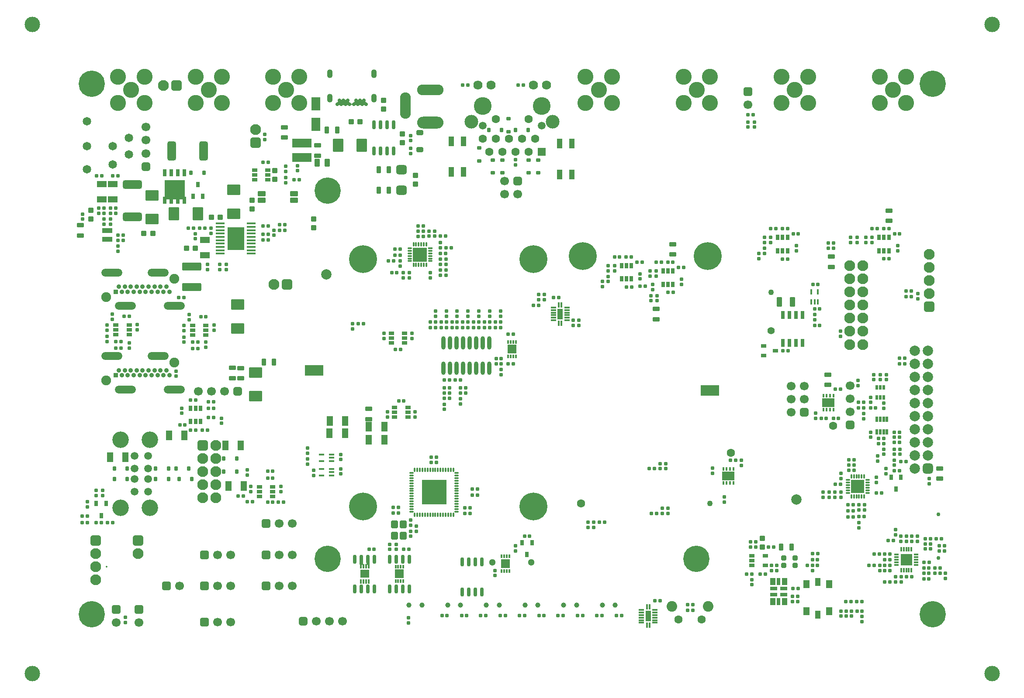
<source format=gbs>
G04*
G04 #@! TF.GenerationSoftware,Altium Limited,Altium Designer,19.1.6 (110)*
G04*
G04 Layer_Color=16711935*
%FSLAX44Y44*%
%MOMM*%
G71*
G01*
G75*
%ADD53C,1.6000*%
G04:AMPARAMS|DCode=103|XSize=0.7mm|YSize=0.7mm|CornerRadius=0.11mm|HoleSize=0mm|Usage=FLASHONLY|Rotation=0.000|XOffset=0mm|YOffset=0mm|HoleType=Round|Shape=RoundedRectangle|*
%AMROUNDEDRECTD103*
21,1,0.7000,0.4800,0,0,0.0*
21,1,0.4800,0.7000,0,0,0.0*
1,1,0.2200,0.2400,-0.2400*
1,1,0.2200,-0.2400,-0.2400*
1,1,0.2200,-0.2400,0.2400*
1,1,0.2200,0.2400,0.2400*
%
%ADD103ROUNDEDRECTD103*%
G04:AMPARAMS|DCode=105|XSize=0.6mm|YSize=0.7mm|CornerRadius=0.1mm|HoleSize=0mm|Usage=FLASHONLY|Rotation=0.000|XOffset=0mm|YOffset=0mm|HoleType=Round|Shape=RoundedRectangle|*
%AMROUNDEDRECTD105*
21,1,0.6000,0.5000,0,0,0.0*
21,1,0.4000,0.7000,0,0,0.0*
1,1,0.2000,0.2000,-0.2500*
1,1,0.2000,-0.2000,-0.2500*
1,1,0.2000,-0.2000,0.2500*
1,1,0.2000,0.2000,0.2500*
%
%ADD105ROUNDEDRECTD105*%
G04:AMPARAMS|DCode=106|XSize=0.6mm|YSize=0.7mm|CornerRadius=0.1mm|HoleSize=0mm|Usage=FLASHONLY|Rotation=90.000|XOffset=0mm|YOffset=0mm|HoleType=Round|Shape=RoundedRectangle|*
%AMROUNDEDRECTD106*
21,1,0.6000,0.5000,0,0,90.0*
21,1,0.4000,0.7000,0,0,90.0*
1,1,0.2000,0.2500,0.2000*
1,1,0.2000,0.2500,-0.2000*
1,1,0.2000,-0.2500,-0.2000*
1,1,0.2000,-0.2500,0.2000*
%
%ADD106ROUNDEDRECTD106*%
G04:AMPARAMS|DCode=107|XSize=0.7mm|YSize=0.7mm|CornerRadius=0.11mm|HoleSize=0mm|Usage=FLASHONLY|Rotation=270.000|XOffset=0mm|YOffset=0mm|HoleType=Round|Shape=RoundedRectangle|*
%AMROUNDEDRECTD107*
21,1,0.7000,0.4800,0,0,270.0*
21,1,0.4800,0.7000,0,0,270.0*
1,1,0.2200,-0.2400,-0.2400*
1,1,0.2200,-0.2400,0.2400*
1,1,0.2200,0.2400,0.2400*
1,1,0.2200,0.2400,-0.2400*
%
%ADD107ROUNDEDRECTD107*%
%ADD112C,3.0000*%
%ADD133C,1.7000*%
%ADD137R,3.8000X1.7000*%
G04:AMPARAMS|DCode=142|XSize=1.1mm|YSize=1mm|CornerRadius=0.1625mm|HoleSize=0mm|Usage=FLASHONLY|Rotation=270.000|XOffset=0mm|YOffset=0mm|HoleType=Round|Shape=RoundedRectangle|*
%AMROUNDEDRECTD142*
21,1,1.1000,0.6750,0,0,270.0*
21,1,0.7750,1.0000,0,0,270.0*
1,1,0.3250,-0.3375,-0.3875*
1,1,0.3250,-0.3375,0.3875*
1,1,0.3250,0.3375,0.3875*
1,1,0.3250,0.3375,-0.3875*
%
%ADD142ROUNDEDRECTD142*%
G04:AMPARAMS|DCode=143|XSize=1.9mm|YSize=1.25mm|CornerRadius=0.1938mm|HoleSize=0mm|Usage=FLASHONLY|Rotation=180.000|XOffset=0mm|YOffset=0mm|HoleType=Round|Shape=RoundedRectangle|*
%AMROUNDEDRECTD143*
21,1,1.9000,0.8625,0,0,180.0*
21,1,1.5125,1.2500,0,0,180.0*
1,1,0.3875,-0.7563,0.4313*
1,1,0.3875,0.7563,0.4313*
1,1,0.3875,0.7563,-0.4313*
1,1,0.3875,-0.7563,-0.4313*
%
%ADD143ROUNDEDRECTD143*%
G04:AMPARAMS|DCode=173|XSize=2.6mm|YSize=2.1mm|CornerRadius=0.3mm|HoleSize=0mm|Usage=FLASHONLY|Rotation=90.000|XOffset=0mm|YOffset=0mm|HoleType=Round|Shape=RoundedRectangle|*
%AMROUNDEDRECTD173*
21,1,2.6000,1.5000,0,0,90.0*
21,1,2.0000,2.1000,0,0,90.0*
1,1,0.6000,0.7500,1.0000*
1,1,0.6000,0.7500,-1.0000*
1,1,0.6000,-0.7500,-1.0000*
1,1,0.6000,-0.7500,1.0000*
%
%ADD173ROUNDEDRECTD173*%
%ADD174C,2.0000*%
%ADD175R,3.6000X2.0000*%
G04:AMPARAMS|DCode=176|XSize=0.7mm|YSize=0.8mm|CornerRadius=0.125mm|HoleSize=0mm|Usage=FLASHONLY|Rotation=270.000|XOffset=0mm|YOffset=0mm|HoleType=Round|Shape=RoundedRectangle|*
%AMROUNDEDRECTD176*
21,1,0.7000,0.5500,0,0,270.0*
21,1,0.4500,0.8000,0,0,270.0*
1,1,0.2500,-0.2750,-0.2250*
1,1,0.2500,-0.2750,0.2250*
1,1,0.2500,0.2750,0.2250*
1,1,0.2500,0.2750,-0.2250*
%
%ADD176ROUNDEDRECTD176*%
G04:AMPARAMS|DCode=181|XSize=1.5mm|YSize=1.1mm|CornerRadius=0.175mm|HoleSize=0mm|Usage=FLASHONLY|Rotation=90.000|XOffset=0mm|YOffset=0mm|HoleType=Round|Shape=RoundedRectangle|*
%AMROUNDEDRECTD181*
21,1,1.5000,0.7500,0,0,90.0*
21,1,1.1500,1.1000,0,0,90.0*
1,1,0.3500,0.3750,0.5750*
1,1,0.3500,0.3750,-0.5750*
1,1,0.3500,-0.3750,-0.5750*
1,1,0.3500,-0.3750,0.5750*
%
%ADD181ROUNDEDRECTD181*%
%ADD185C,2.1000*%
%ADD186C,5.4000*%
%ADD187C,1.1000*%
G04:AMPARAMS|DCode=188|XSize=1.624mm|YSize=1.624mm|CornerRadius=0.2405mm|HoleSize=0mm|Usage=FLASHONLY|Rotation=90.000|XOffset=0mm|YOffset=0mm|HoleType=Round|Shape=RoundedRectangle|*
%AMROUNDEDRECTD188*
21,1,1.6240,1.1430,0,0,90.0*
21,1,1.1430,1.6240,0,0,90.0*
1,1,0.4810,0.5715,0.5715*
1,1,0.4810,0.5715,-0.5715*
1,1,0.4810,-0.5715,-0.5715*
1,1,0.4810,-0.5715,0.5715*
%
%ADD188ROUNDEDRECTD188*%
%ADD189C,1.4000*%
%ADD190C,1.7800*%
%ADD191C,1.6080*%
%ADD192C,1.5080*%
%ADD193R,1.6080X1.6080*%
%ADD194C,2.6500*%
%ADD195C,3.4500*%
%ADD196C,1.6500*%
%ADD197O,2.1000X5.1000*%
%ADD198O,5.1000X2.3000*%
%ADD199O,5.1000X2.1000*%
%ADD200C,0.7500*%
%ADD201C,1.3000*%
%ADD202C,5.1000*%
%ADD203O,1.1000X1.7000*%
%ADD204C,0.7300*%
%ADD205C,2.0500*%
%ADD206C,1.5000*%
%ADD207C,3.2000*%
G04:AMPARAMS|DCode=208|XSize=2.1mm|YSize=2.1mm|CornerRadius=0.55mm|HoleSize=0mm|Usage=FLASHONLY|Rotation=270.000|XOffset=0mm|YOffset=0mm|HoleType=Round|Shape=RoundedRectangle|*
%AMROUNDEDRECTD208*
21,1,2.1000,1.0000,0,0,270.0*
21,1,1.0000,2.1000,0,0,270.0*
1,1,1.1000,-0.5000,-0.5000*
1,1,1.1000,-0.5000,0.5000*
1,1,1.1000,0.5000,0.5000*
1,1,1.1000,0.5000,-0.5000*
%
%ADD208ROUNDEDRECTD208*%
G04:AMPARAMS|DCode=209|XSize=1.7mm|YSize=1.7mm|CornerRadius=0.45mm|HoleSize=0mm|Usage=FLASHONLY|Rotation=90.000|XOffset=0mm|YOffset=0mm|HoleType=Round|Shape=RoundedRectangle|*
%AMROUNDEDRECTD209*
21,1,1.7000,0.8000,0,0,90.0*
21,1,0.8000,1.7000,0,0,90.0*
1,1,0.9000,0.4000,0.4000*
1,1,0.9000,0.4000,-0.4000*
1,1,0.9000,-0.4000,-0.4000*
1,1,0.9000,-0.4000,0.4000*
%
%ADD209ROUNDEDRECTD209*%
%ADD210O,4.1000X1.5000*%
%ADD211C,0.9000*%
%ADD212R,0.9000X0.9000*%
%ADD213C,1.9000*%
%ADD214C,3.1000*%
%ADD215C,0.3500*%
G04:AMPARAMS|DCode=216|XSize=2mm|YSize=2mm|CornerRadius=0.525mm|HoleSize=0mm|Usage=FLASHONLY|Rotation=90.000|XOffset=0mm|YOffset=0mm|HoleType=Round|Shape=RoundedRectangle|*
%AMROUNDEDRECTD216*
21,1,2.0000,0.9500,0,0,90.0*
21,1,0.9500,2.0000,0,0,90.0*
1,1,1.0500,0.4750,0.4750*
1,1,1.0500,0.4750,-0.4750*
1,1,1.0500,-0.4750,-0.4750*
1,1,1.0500,-0.4750,0.4750*
%
%ADD216ROUNDEDRECTD216*%
G04:AMPARAMS|DCode=217|XSize=1.7mm|YSize=1.7mm|CornerRadius=0.45mm|HoleSize=0mm|Usage=FLASHONLY|Rotation=180.000|XOffset=0mm|YOffset=0mm|HoleType=Round|Shape=RoundedRectangle|*
%AMROUNDEDRECTD217*
21,1,1.7000,0.8000,0,0,180.0*
21,1,0.8000,1.7000,0,0,180.0*
1,1,0.9000,-0.4000,0.4000*
1,1,0.9000,0.4000,0.4000*
1,1,0.9000,0.4000,-0.4000*
1,1,0.9000,-0.4000,-0.4000*
%
%ADD217ROUNDEDRECTD217*%
%ADD218C,1.0000*%
G04:AMPARAMS|DCode=219|XSize=1.624mm|YSize=1.624mm|CornerRadius=0.2405mm|HoleSize=0mm|Usage=FLASHONLY|Rotation=0.000|XOffset=0mm|YOffset=0mm|HoleType=Round|Shape=RoundedRectangle|*
%AMROUNDEDRECTD219*
21,1,1.6240,1.1430,0,0,0.0*
21,1,1.1430,1.6240,0,0,0.0*
1,1,0.4810,0.5715,-0.5715*
1,1,0.4810,-0.5715,-0.5715*
1,1,0.4810,-0.5715,0.5715*
1,1,0.4810,0.5715,0.5715*
%
%ADD219ROUNDEDRECTD219*%
G04:AMPARAMS|DCode=220|XSize=2.1mm|YSize=2.1mm|CornerRadius=0.55mm|HoleSize=0mm|Usage=FLASHONLY|Rotation=180.000|XOffset=0mm|YOffset=0mm|HoleType=Round|Shape=RoundedRectangle|*
%AMROUNDEDRECTD220*
21,1,2.1000,1.0000,0,0,180.0*
21,1,1.0000,2.1000,0,0,180.0*
1,1,1.1000,-0.5000,0.5000*
1,1,1.1000,0.5000,0.5000*
1,1,1.1000,0.5000,-0.5000*
1,1,1.1000,-0.5000,-0.5000*
%
%ADD220ROUNDEDRECTD220*%
%ADD272R,1.7000X1.7000*%
G04:AMPARAMS|DCode=327|XSize=0.7mm|YSize=0.8mm|CornerRadius=0.125mm|HoleSize=0mm|Usage=FLASHONLY|Rotation=0.000|XOffset=0mm|YOffset=0mm|HoleType=Round|Shape=RoundedRectangle|*
%AMROUNDEDRECTD327*
21,1,0.7000,0.5500,0,0,0.0*
21,1,0.4500,0.8000,0,0,0.0*
1,1,0.2500,0.2250,-0.2750*
1,1,0.2500,-0.2250,-0.2750*
1,1,0.2500,-0.2250,0.2750*
1,1,0.2500,0.2250,0.2750*
%
%ADD327ROUNDEDRECTD327*%
G04:AMPARAMS|DCode=328|XSize=0.7mm|YSize=1.1mm|CornerRadius=0.125mm|HoleSize=0mm|Usage=FLASHONLY|Rotation=0.000|XOffset=0mm|YOffset=0mm|HoleType=Round|Shape=RoundedRectangle|*
%AMROUNDEDRECTD328*
21,1,0.7000,0.8500,0,0,0.0*
21,1,0.4500,1.1000,0,0,0.0*
1,1,0.2500,0.2250,-0.4250*
1,1,0.2500,-0.2250,-0.4250*
1,1,0.2500,-0.2250,0.4250*
1,1,0.2500,0.2250,0.4250*
%
%ADD328ROUNDEDRECTD328*%
G04:AMPARAMS|DCode=329|XSize=2.6mm|YSize=2.1mm|CornerRadius=0.3mm|HoleSize=0mm|Usage=FLASHONLY|Rotation=180.000|XOffset=0mm|YOffset=0mm|HoleType=Round|Shape=RoundedRectangle|*
%AMROUNDEDRECTD329*
21,1,2.6000,1.5000,0,0,180.0*
21,1,2.0000,2.1000,0,0,180.0*
1,1,0.6000,-1.0000,0.7500*
1,1,0.6000,1.0000,0.7500*
1,1,0.6000,1.0000,-0.7500*
1,1,0.6000,-1.0000,-0.7500*
%
%ADD329ROUNDEDRECTD329*%
G04:AMPARAMS|DCode=330|XSize=1.4mm|YSize=0.9mm|CornerRadius=0.15mm|HoleSize=0mm|Usage=FLASHONLY|Rotation=90.000|XOffset=0mm|YOffset=0mm|HoleType=Round|Shape=RoundedRectangle|*
%AMROUNDEDRECTD330*
21,1,1.4000,0.6000,0,0,90.0*
21,1,1.1000,0.9000,0,0,90.0*
1,1,0.3000,0.3000,0.5500*
1,1,0.3000,0.3000,-0.5500*
1,1,0.3000,-0.3000,-0.5500*
1,1,0.3000,-0.3000,0.5500*
%
%ADD330ROUNDEDRECTD330*%
G04:AMPARAMS|DCode=331|XSize=1.9mm|YSize=1.25mm|CornerRadius=0.1938mm|HoleSize=0mm|Usage=FLASHONLY|Rotation=90.000|XOffset=0mm|YOffset=0mm|HoleType=Round|Shape=RoundedRectangle|*
%AMROUNDEDRECTD331*
21,1,1.9000,0.8625,0,0,90.0*
21,1,1.5125,1.2500,0,0,90.0*
1,1,0.3875,0.4313,0.7563*
1,1,0.3875,0.4313,-0.7563*
1,1,0.3875,-0.4313,-0.7563*
1,1,0.3875,-0.4313,0.7563*
%
%ADD331ROUNDEDRECTD331*%
G04:AMPARAMS|DCode=332|XSize=0.7mm|YSize=1.1mm|CornerRadius=0.125mm|HoleSize=0mm|Usage=FLASHONLY|Rotation=90.000|XOffset=0mm|YOffset=0mm|HoleType=Round|Shape=RoundedRectangle|*
%AMROUNDEDRECTD332*
21,1,0.7000,0.8500,0,0,90.0*
21,1,0.4500,1.1000,0,0,90.0*
1,1,0.2500,0.4250,0.2250*
1,1,0.2500,0.4250,-0.2250*
1,1,0.2500,-0.4250,-0.2250*
1,1,0.2500,-0.4250,0.2250*
%
%ADD332ROUNDEDRECTD332*%
G04:AMPARAMS|DCode=333|XSize=1.5mm|YSize=1.3mm|CornerRadius=0.2mm|HoleSize=0mm|Usage=FLASHONLY|Rotation=270.000|XOffset=0mm|YOffset=0mm|HoleType=Round|Shape=RoundedRectangle|*
%AMROUNDEDRECTD333*
21,1,1.5000,0.9000,0,0,270.0*
21,1,1.1000,1.3000,0,0,270.0*
1,1,0.4000,-0.4500,-0.5500*
1,1,0.4000,-0.4500,0.5500*
1,1,0.4000,0.4500,0.5500*
1,1,0.4000,0.4500,-0.5500*
%
%ADD333ROUNDEDRECTD333*%
%ADD334O,0.7000X1.8000*%
%ADD335R,1.8000X1.8000*%
%ADD336R,0.3900X0.7400*%
G04:AMPARAMS|DCode=337|XSize=0.4mm|YSize=0.8mm|CornerRadius=0.125mm|HoleSize=0mm|Usage=FLASHONLY|Rotation=270.000|XOffset=0mm|YOffset=0mm|HoleType=Round|Shape=RoundedRectangle|*
%AMROUNDEDRECTD337*
21,1,0.4000,0.5500,0,0,270.0*
21,1,0.1500,0.8000,0,0,270.0*
1,1,0.2500,-0.2750,-0.0750*
1,1,0.2500,-0.2750,0.0750*
1,1,0.2500,0.2750,0.0750*
1,1,0.2500,0.2750,-0.0750*
%
%ADD337ROUNDEDRECTD337*%
G04:AMPARAMS|DCode=338|XSize=0.4mm|YSize=0.8mm|CornerRadius=0.125mm|HoleSize=0mm|Usage=FLASHONLY|Rotation=0.000|XOffset=0mm|YOffset=0mm|HoleType=Round|Shape=RoundedRectangle|*
%AMROUNDEDRECTD338*
21,1,0.4000,0.5500,0,0,0.0*
21,1,0.1500,0.8000,0,0,0.0*
1,1,0.2500,0.0750,-0.2750*
1,1,0.2500,-0.0750,-0.2750*
1,1,0.2500,-0.0750,0.2750*
1,1,0.2500,0.0750,0.2750*
%
%ADD338ROUNDEDRECTD338*%
%ADD339R,4.8000X4.8000*%
%ADD340R,0.4000X0.9000*%
%ADD341R,1.7000X1.5000*%
G04:AMPARAMS|DCode=342|XSize=1.7mm|YSize=3.75mm|CornerRadius=0.45mm|HoleSize=0mm|Usage=FLASHONLY|Rotation=90.000|XOffset=0mm|YOffset=0mm|HoleType=Round|Shape=RoundedRectangle|*
%AMROUNDEDRECTD342*
21,1,1.7000,2.8500,0,0,90.0*
21,1,0.8000,3.7500,0,0,90.0*
1,1,0.9000,1.4250,0.4000*
1,1,0.9000,1.4250,-0.4000*
1,1,0.9000,-1.4250,-0.4000*
1,1,0.9000,-1.4250,0.4000*
%
%ADD342ROUNDEDRECTD342*%
G04:AMPARAMS|DCode=343|XSize=1.1mm|YSize=1.6mm|CornerRadius=0.3mm|HoleSize=0mm|Usage=FLASHONLY|Rotation=90.000|XOffset=0mm|YOffset=0mm|HoleType=Round|Shape=RoundedRectangle|*
%AMROUNDEDRECTD343*
21,1,1.1000,1.0000,0,0,90.0*
21,1,0.5000,1.6000,0,0,90.0*
1,1,0.6000,0.5000,0.2500*
1,1,0.6000,0.5000,-0.2500*
1,1,0.6000,-0.5000,-0.2500*
1,1,0.6000,-0.5000,0.2500*
%
%ADD343ROUNDEDRECTD343*%
G04:AMPARAMS|DCode=344|XSize=3.7mm|YSize=1.6mm|CornerRadius=0.2375mm|HoleSize=0mm|Usage=FLASHONLY|Rotation=0.000|XOffset=0mm|YOffset=0mm|HoleType=Round|Shape=RoundedRectangle|*
%AMROUNDEDRECTD344*
21,1,3.7000,1.1250,0,0,0.0*
21,1,3.2250,1.6000,0,0,0.0*
1,1,0.4750,1.6125,-0.5625*
1,1,0.4750,-1.6125,-0.5625*
1,1,0.4750,-1.6125,0.5625*
1,1,0.4750,1.6125,0.5625*
%
%ADD344ROUNDEDRECTD344*%
G04:AMPARAMS|DCode=345|XSize=0.55mm|YSize=0.8mm|CornerRadius=0.1063mm|HoleSize=0mm|Usage=FLASHONLY|Rotation=180.000|XOffset=0mm|YOffset=0mm|HoleType=Round|Shape=RoundedRectangle|*
%AMROUNDEDRECTD345*
21,1,0.5500,0.5875,0,0,180.0*
21,1,0.3375,0.8000,0,0,180.0*
1,1,0.2125,-0.1688,0.2938*
1,1,0.2125,0.1688,0.2938*
1,1,0.2125,0.1688,-0.2938*
1,1,0.2125,-0.1688,-0.2938*
%
%ADD345ROUNDEDRECTD345*%
%ADD346R,2.6000X2.6000*%
%ADD347O,0.3500X1.0000*%
%ADD348O,1.0000X0.3500*%
%ADD349R,0.5000X1.1000*%
%ADD350R,2.2000X2.2000*%
%ADD351R,0.9500X0.4000*%
%ADD352R,0.4000X0.9500*%
%ADD353R,0.5000X0.9500*%
%ADD354R,2.4500X1.7000*%
%ADD355R,0.4000X0.8000*%
G04:AMPARAMS|DCode=356|XSize=1.7mm|YSize=3.75mm|CornerRadius=0.45mm|HoleSize=0mm|Usage=FLASHONLY|Rotation=180.000|XOffset=0mm|YOffset=0mm|HoleType=Round|Shape=RoundedRectangle|*
%AMROUNDEDRECTD356*
21,1,1.7000,2.8500,0,0,180.0*
21,1,0.8000,3.7500,0,0,180.0*
1,1,0.9000,-0.4000,1.4250*
1,1,0.9000,0.4000,1.4250*
1,1,0.9000,0.4000,-1.4250*
1,1,0.9000,-0.4000,-1.4250*
%
%ADD356ROUNDEDRECTD356*%
%ADD357R,1.8000X2.6000*%
G04:AMPARAMS|DCode=358|XSize=1.8mm|YSize=2.1mm|CornerRadius=0.475mm|HoleSize=0mm|Usage=FLASHONLY|Rotation=90.000|XOffset=0mm|YOffset=0mm|HoleType=Round|Shape=RoundedRectangle|*
%AMROUNDEDRECTD358*
21,1,1.8000,1.1500,0,0,90.0*
21,1,0.8500,2.1000,0,0,90.0*
1,1,0.9500,0.5750,0.4250*
1,1,0.9500,0.5750,-0.4250*
1,1,0.9500,-0.5750,-0.4250*
1,1,0.9500,-0.5750,0.4250*
%
%ADD358ROUNDEDRECTD358*%
%ADD359R,1.3000X1.6000*%
%ADD360R,1.0000X1.5000*%
%ADD361R,0.8000X1.4500*%
%ADD362R,1.4500X0.8000*%
%ADD363R,1.1000X1.4500*%
G04:AMPARAMS|DCode=364|XSize=1mm|YSize=1mm|CornerRadius=0.1625mm|HoleSize=0mm|Usage=FLASHONLY|Rotation=0.000|XOffset=0mm|YOffset=0mm|HoleType=Round|Shape=RoundedRectangle|*
%AMROUNDEDRECTD364*
21,1,1.0000,0.6750,0,0,0.0*
21,1,0.6750,1.0000,0,0,0.0*
1,1,0.3250,0.3375,-0.3375*
1,1,0.3250,-0.3375,-0.3375*
1,1,0.3250,-0.3375,0.3375*
1,1,0.3250,0.3375,0.3375*
%
%ADD364ROUNDEDRECTD364*%
%ADD365R,0.3500X0.7250*%
%ADD366R,1.0000X1.9400*%
G04:AMPARAMS|DCode=367|XSize=1.32mm|YSize=1.01mm|CornerRadius=0.1638mm|HoleSize=0mm|Usage=FLASHONLY|Rotation=180.000|XOffset=0mm|YOffset=0mm|HoleType=Round|Shape=RoundedRectangle|*
%AMROUNDEDRECTD367*
21,1,1.3200,0.6825,0,0,180.0*
21,1,0.9925,1.0100,0,0,180.0*
1,1,0.3275,-0.4963,0.3413*
1,1,0.3275,0.4963,0.3413*
1,1,0.3275,0.4963,-0.3413*
1,1,0.3275,-0.4963,-0.3413*
%
%ADD367ROUNDEDRECTD367*%
%ADD368R,0.3500X1.0000*%
%ADD369R,1.0000X0.3500*%
%ADD370R,1.0000X2.0000*%
%ADD371O,0.8000X2.6000*%
%ADD372R,3.2000X4.4000*%
%ADD373R,1.7000X0.4600*%
%ADD374R,0.7500X1.6250*%
%ADD375R,0.4600X1.1000*%
%ADD376R,0.3550X0.6000*%
%ADD377R,0.7100X1.3700*%
%ADD378R,0.7100X0.8700*%
%ADD379R,4.0100X3.8500*%
G04:AMPARAMS|DCode=380|XSize=1.1mm|YSize=1.9mm|CornerRadius=0.3mm|HoleSize=0mm|Usage=FLASHONLY|Rotation=180.000|XOffset=0mm|YOffset=0mm|HoleType=Round|Shape=RoundedRectangle|*
%AMROUNDEDRECTD380*
21,1,1.1000,1.3000,0,0,180.0*
21,1,0.5000,1.9000,0,0,180.0*
1,1,0.6000,-0.2500,0.6500*
1,1,0.6000,0.2500,0.6500*
1,1,0.6000,0.2500,-0.6500*
1,1,0.6000,-0.2500,-0.6500*
%
%ADD380ROUNDEDRECTD380*%
G04:AMPARAMS|DCode=381|XSize=0.3393mm|YSize=0.8811mm|CornerRadius=0.1098mm|HoleSize=0mm|Usage=FLASHONLY|Rotation=180.000|XOffset=0mm|YOffset=0mm|HoleType=Round|Shape=RoundedRectangle|*
%AMROUNDEDRECTD381*
21,1,0.3393,0.6614,0,0,180.0*
21,1,0.1196,0.8811,0,0,180.0*
1,1,0.2196,-0.0598,0.3307*
1,1,0.2196,0.0598,0.3307*
1,1,0.2196,0.0598,-0.3307*
1,1,0.2196,-0.0598,-0.3307*
%
%ADD381ROUNDEDRECTD381*%
G04:AMPARAMS|DCode=382|XSize=0.8811mm|YSize=0.3393mm|CornerRadius=0.1098mm|HoleSize=0mm|Usage=FLASHONLY|Rotation=180.000|XOffset=0mm|YOffset=0mm|HoleType=Round|Shape=RoundedRectangle|*
%AMROUNDEDRECTD382*
21,1,0.8811,0.1196,0,0,180.0*
21,1,0.6614,0.3393,0,0,180.0*
1,1,0.2196,-0.3307,0.0598*
1,1,0.2196,0.3307,0.0598*
1,1,0.2196,0.3307,-0.0598*
1,1,0.2196,-0.3307,-0.0598*
%
%ADD382ROUNDEDRECTD382*%
%ADD383R,0.8811X0.3393*%
%ADD384R,2.8000X2.8000*%
G04:AMPARAMS|DCode=385|XSize=1.4mm|YSize=0.9mm|CornerRadius=0.15mm|HoleSize=0mm|Usage=FLASHONLY|Rotation=180.000|XOffset=0mm|YOffset=0mm|HoleType=Round|Shape=RoundedRectangle|*
%AMROUNDEDRECTD385*
21,1,1.4000,0.6000,0,0,180.0*
21,1,1.1000,0.9000,0,0,180.0*
1,1,0.3000,-0.5500,0.3000*
1,1,0.3000,0.5500,0.3000*
1,1,0.3000,0.5500,-0.3000*
1,1,0.3000,-0.5500,-0.3000*
%
%ADD385ROUNDEDRECTD385*%
G04:AMPARAMS|DCode=386|XSize=1.1mm|YSize=1mm|CornerRadius=0.1625mm|HoleSize=0mm|Usage=FLASHONLY|Rotation=180.000|XOffset=0mm|YOffset=0mm|HoleType=Round|Shape=RoundedRectangle|*
%AMROUNDEDRECTD386*
21,1,1.1000,0.6750,0,0,180.0*
21,1,0.7750,1.0000,0,0,180.0*
1,1,0.3250,-0.3875,0.3375*
1,1,0.3250,0.3875,0.3375*
1,1,0.3250,0.3875,-0.3375*
1,1,0.3250,-0.3875,-0.3375*
%
%ADD386ROUNDEDRECTD386*%
%ADD387R,1.1000X0.4600*%
G36*
X75250Y758250D02*
X55750D01*
Y767250D01*
X75250D01*
Y758250D01*
D02*
G37*
G36*
X573750Y132500D02*
X572500Y131250D01*
X568500D01*
X567750Y132000D01*
Y135750D01*
X573750D01*
Y132500D01*
D02*
G37*
G36*
X560750Y132000D02*
X560000Y131250D01*
X556000D01*
X554750Y132500D01*
Y135750D01*
X560750D01*
Y132000D01*
D02*
G37*
G36*
X568000Y1028250D02*
Y1026200D01*
X565550Y1023750D01*
X544950D01*
X543250Y1025450D01*
Y1024250D01*
X535250D01*
Y1025450D01*
X533550Y1023750D01*
X512950D01*
X510500Y1026200D01*
Y1028250D01*
X516000Y1033750D01*
X530500D01*
X536000Y1028250D01*
Y1026250D01*
X542500D01*
Y1028250D01*
X548000Y1033750D01*
X562500D01*
X568000Y1028250D01*
D02*
G37*
G36*
X75250Y775250D02*
X55750D01*
X55750Y784250D01*
X75250D01*
X75250Y775250D01*
D02*
G37*
D53*
X1472250Y400750D02*
D03*
X1274000Y348750D02*
D03*
X983250Y250000D02*
D03*
X1172500Y25300D02*
D03*
X1217500D02*
D03*
D103*
X653250Y964500D02*
D03*
Y954500D02*
D03*
X1506250Y767000D02*
D03*
Y757000D02*
D03*
X1518500D02*
D03*
Y767000D02*
D03*
X1294250Y324000D02*
D03*
Y334000D02*
D03*
X700161Y778951D02*
D03*
Y768951D02*
D03*
X901750Y655750D02*
D03*
Y645750D02*
D03*
X912750Y655750D02*
D03*
Y645750D02*
D03*
X979500Y595750D02*
D03*
Y605750D02*
D03*
X1122500Y665500D02*
D03*
Y675500D02*
D03*
X1025500Y671000D02*
D03*
Y681000D02*
D03*
X1036500Y681000D02*
D03*
Y691000D02*
D03*
X1328250Y725750D02*
D03*
Y735750D02*
D03*
X1339250Y735750D02*
D03*
Y745750D02*
D03*
X1591000Y324500D02*
D03*
Y334500D02*
D03*
X749760Y443600D02*
D03*
Y453600D02*
D03*
X465750Y314500D02*
D03*
Y304500D02*
D03*
X454000Y336750D02*
D03*
Y326750D02*
D03*
Y347750D02*
D03*
Y357750D02*
D03*
X44250Y265500D02*
D03*
Y275500D02*
D03*
X56500Y265500D02*
D03*
Y275500D02*
D03*
X343870Y283370D02*
D03*
Y273370D02*
D03*
X664250Y196500D02*
D03*
Y206500D02*
D03*
X856849Y167897D02*
D03*
X856849Y157897D02*
D03*
X625400Y161150D02*
D03*
Y171150D02*
D03*
X612700Y161150D02*
D03*
Y171150D02*
D03*
X100200Y29300D02*
D03*
Y19300D02*
D03*
X1307500Y980750D02*
D03*
Y990750D02*
D03*
X1319750Y980750D02*
D03*
Y990750D02*
D03*
X701510Y623350D02*
D03*
Y613350D02*
D03*
X722510Y623350D02*
D03*
Y613350D02*
D03*
X743510Y623350D02*
D03*
Y613350D02*
D03*
X829000Y500000D02*
D03*
Y510000D02*
D03*
X1008000Y214000D02*
D03*
Y204000D02*
D03*
X997000D02*
D03*
Y214000D02*
D03*
X1575737Y500494D02*
D03*
Y490494D02*
D03*
X1563487Y500494D02*
D03*
Y490494D02*
D03*
X541000Y599000D02*
D03*
Y589000D02*
D03*
X1136750Y317750D02*
D03*
Y327750D02*
D03*
X1147750Y317750D02*
D03*
Y327750D02*
D03*
X1140750Y230750D02*
D03*
Y240750D02*
D03*
X1151750Y230750D02*
D03*
Y240750D02*
D03*
X649101Y28525D02*
D03*
Y18525D02*
D03*
X26750Y243750D02*
D03*
Y253750D02*
D03*
X1486500Y584500D02*
D03*
Y574500D02*
D03*
X1551237Y500494D02*
D03*
Y490494D02*
D03*
X108000Y552000D02*
D03*
Y562000D02*
D03*
X65100Y574230D02*
D03*
Y564230D02*
D03*
X65100Y596730D02*
D03*
Y586730D02*
D03*
X86500Y749520D02*
D03*
Y739520D02*
D03*
X1438000Y425500D02*
D03*
Y415500D02*
D03*
X266750Y784250D02*
D03*
Y774250D02*
D03*
X260000Y704500D02*
D03*
Y714500D02*
D03*
X295750Y704500D02*
D03*
Y714500D02*
D03*
X283464Y704536D02*
D03*
Y714536D02*
D03*
X388250Y780750D02*
D03*
Y770750D02*
D03*
X411545Y882475D02*
D03*
Y872475D02*
D03*
X411500Y894750D02*
D03*
Y904750D02*
D03*
X213850Y595730D02*
D03*
Y585730D02*
D03*
X256750Y553380D02*
D03*
Y563380D02*
D03*
X213850Y573230D02*
D03*
Y563230D02*
D03*
X653250Y939500D02*
D03*
Y929500D02*
D03*
X721661Y693451D02*
D03*
Y703451D02*
D03*
X710661Y724701D02*
D03*
Y714701D02*
D03*
X721661Y724701D02*
D03*
Y714701D02*
D03*
X711161Y746701D02*
D03*
Y756701D02*
D03*
X710661Y693451D02*
D03*
Y703451D02*
D03*
X651161Y697951D02*
D03*
Y687951D02*
D03*
X632911Y710701D02*
D03*
Y720701D02*
D03*
X691161Y687951D02*
D03*
Y697951D02*
D03*
X638911Y687951D02*
D03*
Y697951D02*
D03*
X286830Y405800D02*
D03*
Y415800D02*
D03*
X1601987Y345744D02*
D03*
Y355744D02*
D03*
X1531397Y414894D02*
D03*
X1531397Y424894D02*
D03*
X1590987Y355744D02*
D03*
X1590987Y345744D02*
D03*
X1558487Y342394D02*
D03*
Y332394D02*
D03*
X1569994Y345750D02*
D03*
Y355750D02*
D03*
X1544647Y456494D02*
D03*
Y446494D02*
D03*
X72000Y802250D02*
D03*
Y792250D02*
D03*
X59000Y802250D02*
D03*
Y792250D02*
D03*
X718760Y442850D02*
D03*
Y432850D02*
D03*
X764510Y613350D02*
D03*
Y623350D02*
D03*
X785510Y613350D02*
D03*
Y623350D02*
D03*
X806510Y613350D02*
D03*
Y623350D02*
D03*
X827510Y613350D02*
D03*
Y623350D02*
D03*
X1593000Y97750D02*
D03*
Y107750D02*
D03*
X1689990Y104500D02*
D03*
Y114500D02*
D03*
X1636000Y186500D02*
D03*
Y176500D02*
D03*
X1593000Y189500D02*
D03*
Y199500D02*
D03*
X1614000Y176500D02*
D03*
Y186500D02*
D03*
X1625000Y176500D02*
D03*
Y186500D02*
D03*
X1452750Y272250D02*
D03*
Y262250D02*
D03*
X1487400Y41650D02*
D03*
Y31650D02*
D03*
X1432000Y119750D02*
D03*
Y129750D02*
D03*
X1528400Y20650D02*
D03*
Y30650D02*
D03*
X1535630Y757000D02*
D03*
Y767000D02*
D03*
X1547880D02*
D03*
Y757000D02*
D03*
X1339250Y756725D02*
D03*
X1339250Y766725D02*
D03*
X1351500D02*
D03*
Y756725D02*
D03*
X1117150Y691600D02*
D03*
X1117150Y701600D02*
D03*
X1129400D02*
D03*
Y691600D02*
D03*
X1036380Y702000D02*
D03*
Y712000D02*
D03*
X1048630D02*
D03*
Y702000D02*
D03*
X968500Y605700D02*
D03*
X968500Y595700D02*
D03*
D105*
X198500Y497250D02*
D03*
Y507250D02*
D03*
X336500Y315250D02*
D03*
Y305250D02*
D03*
X402100Y273370D02*
D03*
Y283370D02*
D03*
X653750Y196500D02*
D03*
Y186500D02*
D03*
X816500Y110250D02*
D03*
Y120250D02*
D03*
X693515Y340275D02*
D03*
Y330275D02*
D03*
X703500Y330250D02*
D03*
X703500Y340250D02*
D03*
X653750Y208250D02*
D03*
Y218250D02*
D03*
X433750Y896000D02*
D03*
Y906000D02*
D03*
X18000Y812000D02*
D03*
Y802000D02*
D03*
X370250Y956500D02*
D03*
Y966500D02*
D03*
X856250Y907250D02*
D03*
Y917250D02*
D03*
X1130750Y653750D02*
D03*
Y643750D02*
D03*
X1119500Y643750D02*
D03*
Y653750D02*
D03*
X1463250Y756000D02*
D03*
Y746000D02*
D03*
X1473250D02*
D03*
Y756000D02*
D03*
X1636321Y647321D02*
D03*
Y657321D02*
D03*
X1658500Y288500D02*
D03*
Y298500D02*
D03*
X608380Y418000D02*
D03*
Y428000D02*
D03*
X662120Y418000D02*
D03*
Y428000D02*
D03*
X655870Y580750D02*
D03*
Y570750D02*
D03*
X602130Y580750D02*
D03*
Y570750D02*
D03*
X518000Y345500D02*
D03*
Y335500D02*
D03*
X518000Y317597D02*
D03*
Y307597D02*
D03*
X1436250Y607000D02*
D03*
Y617000D02*
D03*
X1520715Y489000D02*
D03*
Y479000D02*
D03*
X75350Y607730D02*
D03*
Y617730D02*
D03*
X123850Y597250D02*
D03*
Y587250D02*
D03*
X1261750Y263250D02*
D03*
X1261750Y253250D02*
D03*
X1238750Y319000D02*
D03*
Y309000D02*
D03*
X1574832Y307950D02*
D03*
Y317950D02*
D03*
X236250Y764000D02*
D03*
Y774000D02*
D03*
X272600Y586250D02*
D03*
X272600Y596250D02*
D03*
X224100Y616730D02*
D03*
Y606730D02*
D03*
X688911Y768951D02*
D03*
Y778951D02*
D03*
X210100Y425300D02*
D03*
Y435300D02*
D03*
X1544737Y378744D02*
D03*
Y388744D02*
D03*
X1570012Y434879D02*
D03*
Y444879D02*
D03*
X1562500Y130000D02*
D03*
Y120000D02*
D03*
X1582500D02*
D03*
Y130000D02*
D03*
X1572500Y120000D02*
D03*
Y130000D02*
D03*
X1604000Y97750D02*
D03*
Y107750D02*
D03*
X1647990Y125000D02*
D03*
Y115000D02*
D03*
X1657990Y125000D02*
D03*
Y115000D02*
D03*
X1603500Y186500D02*
D03*
Y176500D02*
D03*
X1522500Y237500D02*
D03*
Y247500D02*
D03*
Y203000D02*
D03*
Y213000D02*
D03*
X1533500Y247500D02*
D03*
X1533500Y237500D02*
D03*
X1487000Y298500D02*
D03*
Y308500D02*
D03*
X1464500Y272250D02*
D03*
Y262250D02*
D03*
X1475750Y272250D02*
D03*
Y262250D02*
D03*
X1555750Y291000D02*
D03*
Y301000D02*
D03*
X1487000Y272250D02*
D03*
Y262250D02*
D03*
X1497900Y41650D02*
D03*
Y31650D02*
D03*
X1507900Y41650D02*
D03*
Y31650D02*
D03*
X1403750Y60000D02*
D03*
Y70000D02*
D03*
X1393750Y60000D02*
D03*
X1393750Y70000D02*
D03*
X1363000Y129750D02*
D03*
Y119750D02*
D03*
X1314750Y102500D02*
D03*
Y92500D02*
D03*
X1353000Y129750D02*
D03*
Y119750D02*
D03*
X1322000Y165750D02*
D03*
Y175750D02*
D03*
X1312000D02*
D03*
Y165750D02*
D03*
X1597230Y741000D02*
D03*
Y751000D02*
D03*
X1400850Y740725D02*
D03*
Y750725D02*
D03*
X1178750Y675600D02*
D03*
Y685600D02*
D03*
X1097980Y686000D02*
D03*
Y696000D02*
D03*
D106*
X213750Y650250D02*
D03*
X203750D02*
D03*
X1600981Y388644D02*
D03*
X1590981D02*
D03*
X386250Y299850D02*
D03*
X376250D02*
D03*
X582750Y161750D02*
D03*
X572750D02*
D03*
X650250D02*
D03*
X640250D02*
D03*
X733510Y591850D02*
D03*
X743510D02*
D03*
X667661Y788451D02*
D03*
X677661D02*
D03*
Y778451D02*
D03*
X667661D02*
D03*
Y768451D02*
D03*
X677661D02*
D03*
X1510750Y235750D02*
D03*
X1500750D02*
D03*
X1510750Y224500D02*
D03*
X1500750D02*
D03*
X722510Y591850D02*
D03*
X712510D02*
D03*
X829000Y531500D02*
D03*
X819000D02*
D03*
X701510Y591850D02*
D03*
X691510D02*
D03*
X940500Y650000D02*
D03*
X930500D02*
D03*
X562000Y599000D02*
D03*
X552000D02*
D03*
X1200250Y43050D02*
D03*
X1190250D02*
D03*
X1126750Y61250D02*
D03*
X1136750D02*
D03*
X1651000Y162000D02*
D03*
X1661000D02*
D03*
X1512500Y324500D02*
D03*
X1502500D02*
D03*
X1512500Y314500D02*
D03*
X1502500D02*
D03*
X1472750Y415500D02*
D03*
X1482750D02*
D03*
X1442854Y675500D02*
D03*
X1432854D02*
D03*
X98000Y613730D02*
D03*
X108000D02*
D03*
X852500Y521490D02*
D03*
X842500D02*
D03*
X1384700Y546880D02*
D03*
X1374700D02*
D03*
X1476500Y472250D02*
D03*
X1486500D02*
D03*
X222250Y785000D02*
D03*
X232250D02*
D03*
X256750Y612730D02*
D03*
X246750D02*
D03*
X632911Y743701D02*
D03*
X622911D02*
D03*
X632911Y732451D02*
D03*
X622911D02*
D03*
X226580Y451150D02*
D03*
X236580D02*
D03*
X216100Y402650D02*
D03*
X206100D02*
D03*
X1600981Y368644D02*
D03*
X1590981D02*
D03*
Y378644D02*
D03*
X1600981D02*
D03*
X1531397Y435494D02*
D03*
X1521397D02*
D03*
X1569987Y366244D02*
D03*
X1559987D02*
D03*
X1559994Y376297D02*
D03*
X1569994D02*
D03*
X82000Y823750D02*
D03*
X72000D02*
D03*
X59000D02*
D03*
X49000D02*
D03*
X86525Y761245D02*
D03*
X96525D02*
D03*
X96500Y771250D02*
D03*
X86500D02*
D03*
X749760Y464350D02*
D03*
X759760Y464350D02*
D03*
X754510Y591850D02*
D03*
X764510D02*
D03*
X775510Y591850D02*
D03*
X785510D02*
D03*
X796510Y591850D02*
D03*
X806510D02*
D03*
X817510Y591850D02*
D03*
X827510D02*
D03*
X759760Y474350D02*
D03*
X749760D02*
D03*
X718760Y454600D02*
D03*
X728760D02*
D03*
X718760Y464600D02*
D03*
X728760D02*
D03*
X718760Y474600D02*
D03*
X728760D02*
D03*
X1661000Y182000D02*
D03*
X1651000D02*
D03*
X1572000Y97750D02*
D03*
X1582000D02*
D03*
X1651000Y172000D02*
D03*
X1661000D02*
D03*
X1678250Y158000D02*
D03*
X1688250D02*
D03*
Y168000D02*
D03*
X1678250D02*
D03*
X1572000Y141000D02*
D03*
X1582000D02*
D03*
X1552000Y152000D02*
D03*
X1562000D02*
D03*
X1679490Y114500D02*
D03*
X1669490D02*
D03*
X1624500Y108250D02*
D03*
X1614500D02*
D03*
X1556000Y271000D02*
D03*
X1566000D02*
D03*
X1394250Y85250D02*
D03*
X1404250D02*
D03*
X1314750Y113000D02*
D03*
X1304750D02*
D03*
X1570230Y725150D02*
D03*
X1580230Y725150D02*
D03*
X1601230Y773650D02*
D03*
X1591230D02*
D03*
X1374370Y724875D02*
D03*
X1384370D02*
D03*
X1404850Y773375D02*
D03*
X1394850D02*
D03*
X1152270Y659750D02*
D03*
X1162270D02*
D03*
X1182750Y708250D02*
D03*
X1172750Y708250D02*
D03*
X1071500Y670150D02*
D03*
X1081500D02*
D03*
X1101980Y718650D02*
D03*
X1091980D02*
D03*
X53750Y213250D02*
D03*
X43750D02*
D03*
D107*
X376250Y253285D02*
D03*
X386250D02*
D03*
X386250Y312750D02*
D03*
X376250D02*
D03*
X1273250Y334000D02*
D03*
X1283250D02*
D03*
X718760Y490100D02*
D03*
X728760D02*
D03*
X711161Y768951D02*
D03*
X721161D02*
D03*
X901750Y634750D02*
D03*
X891750D02*
D03*
X1108250Y672000D02*
D03*
X1098250D02*
D03*
X1591000Y313500D02*
D03*
X1601000D02*
D03*
X1613750Y331250D02*
D03*
X1603750D02*
D03*
X329250Y264750D02*
D03*
X319250D02*
D03*
X337000Y253750D02*
D03*
X347000D02*
D03*
X406665Y253285D02*
D03*
X396665D02*
D03*
X758750Y241750D02*
D03*
X768750D02*
D03*
X629750Y231500D02*
D03*
X619750D02*
D03*
X629750Y242500D02*
D03*
X619750D02*
D03*
X782750Y266250D02*
D03*
X772750D02*
D03*
X768750Y230750D02*
D03*
X758750D02*
D03*
X782750Y278250D02*
D03*
X772750D02*
D03*
X1317500Y1004500D02*
D03*
X1307500D02*
D03*
X1510750Y247500D02*
D03*
X1500750D02*
D03*
X1613321Y662821D02*
D03*
X1623321D02*
D03*
X1613321Y651821D02*
D03*
X1623321D02*
D03*
X1432250Y153000D02*
D03*
X1442250D02*
D03*
X691510Y602350D02*
D03*
X701510D02*
D03*
X712510Y602350D02*
D03*
X722510D02*
D03*
X733510D02*
D03*
X743510D02*
D03*
X829000Y521000D02*
D03*
X819000D02*
D03*
X884099Y186897D02*
D03*
X874099D02*
D03*
X1125750Y317750D02*
D03*
X1115750D02*
D03*
X1129750Y231000D02*
D03*
X1119750D02*
D03*
X1019000Y214000D02*
D03*
X1029000D02*
D03*
X1190250Y53550D02*
D03*
X1200250D02*
D03*
X26750Y213250D02*
D03*
X16750D02*
D03*
X26750Y225780D02*
D03*
X16750D02*
D03*
X754000Y1062250D02*
D03*
X764000D02*
D03*
X861500D02*
D03*
X871500D02*
D03*
X1601000Y532500D02*
D03*
X1611000D02*
D03*
X1601000Y521500D02*
D03*
X1611000D02*
D03*
X1512500Y335000D02*
D03*
X1502500D02*
D03*
X630250Y449720D02*
D03*
X640250D02*
D03*
X624000Y549030D02*
D03*
X634000D02*
D03*
X1436250Y596000D02*
D03*
X1446250D02*
D03*
X1436250Y628000D02*
D03*
X1446250D02*
D03*
X92000Y552130D02*
D03*
X82000D02*
D03*
X82000Y564380D02*
D03*
X92000D02*
D03*
X842500Y578510D02*
D03*
X852500D02*
D03*
X1459000Y415500D02*
D03*
X1449000D02*
D03*
X377125Y912625D02*
D03*
X367125D02*
D03*
X254500Y785000D02*
D03*
X244500D02*
D03*
X377250Y788500D02*
D03*
X367250D02*
D03*
X377250Y773000D02*
D03*
X367250D02*
D03*
X399250Y791750D02*
D03*
X409250D02*
D03*
X399250Y780750D02*
D03*
X409250D02*
D03*
X437500Y878500D02*
D03*
X427500D02*
D03*
X367250Y762000D02*
D03*
X377250D02*
D03*
X240750Y551130D02*
D03*
X230750D02*
D03*
X230750Y563380D02*
D03*
X240750D02*
D03*
X610661Y720701D02*
D03*
X620661D02*
D03*
X616661Y697951D02*
D03*
X626661D02*
D03*
X722161Y746701D02*
D03*
X732161D02*
D03*
X711361Y735750D02*
D03*
X721361D02*
D03*
X237100Y392400D02*
D03*
X227100D02*
D03*
X259600Y392400D02*
D03*
X249600D02*
D03*
X261580Y435300D02*
D03*
X271580D02*
D03*
X261580Y447550D02*
D03*
X271580D02*
D03*
X261580Y416800D02*
D03*
X271580D02*
D03*
X1531397Y446594D02*
D03*
X1521397D02*
D03*
X1554647Y435494D02*
D03*
X1544647D02*
D03*
X72000Y813250D02*
D03*
X82000D02*
D03*
X86250Y886000D02*
D03*
X76250Y886000D02*
D03*
X49000Y813250D02*
D03*
X59000D02*
D03*
X54750Y886250D02*
D03*
X44750D02*
D03*
X749735Y490105D02*
D03*
X739735D02*
D03*
X764510Y602350D02*
D03*
X754510D02*
D03*
X785510Y602350D02*
D03*
X775510D02*
D03*
X806510Y602350D02*
D03*
X796510D02*
D03*
X817510Y602350D02*
D03*
X827510D02*
D03*
X1552000Y130000D02*
D03*
X1542000D02*
D03*
X1672250Y182000D02*
D03*
X1682250D02*
D03*
X1578640Y178400D02*
D03*
X1588640D02*
D03*
X1679490Y125000D02*
D03*
X1669490D02*
D03*
X1572000Y152000D02*
D03*
X1582000D02*
D03*
X1658490Y136000D02*
D03*
X1648490D02*
D03*
X1647990Y104000D02*
D03*
X1657990D02*
D03*
X1522500Y225250D02*
D03*
X1532500D02*
D03*
X1486500Y287500D02*
D03*
X1476500D02*
D03*
X1432000Y140750D02*
D03*
X1442000D02*
D03*
X1432000Y129750D02*
D03*
X1442000D02*
D03*
X1528400Y41650D02*
D03*
X1518400D02*
D03*
X1518250Y60000D02*
D03*
X1528250D02*
D03*
X1497000Y60000D02*
D03*
X1507000D02*
D03*
X1432000Y129750D02*
D03*
X1422000D02*
D03*
X1330750Y113000D02*
D03*
X1340750D02*
D03*
X1347250Y165750D02*
D03*
X1357250D02*
D03*
X1580250Y783880D02*
D03*
X1570250D02*
D03*
X1557730Y783900D02*
D03*
X1547730D02*
D03*
X1383850Y783625D02*
D03*
X1373850D02*
D03*
X1361350Y783625D02*
D03*
X1351350Y783625D02*
D03*
X1161750Y718500D02*
D03*
X1151750D02*
D03*
X1139250D02*
D03*
X1129250Y718500D02*
D03*
X1080980Y728900D02*
D03*
X1070980D02*
D03*
X1058480D02*
D03*
X1048480D02*
D03*
X912101Y32525D02*
D03*
X902101D02*
D03*
X864101Y32525D02*
D03*
X874101D02*
D03*
X837101Y32525D02*
D03*
X827101D02*
D03*
X789101Y32525D02*
D03*
X799101D02*
D03*
X714101D02*
D03*
X724101D02*
D03*
X762101Y32525D02*
D03*
X752101D02*
D03*
X1014101Y32500D02*
D03*
X1024101D02*
D03*
X1062101Y32500D02*
D03*
X1052101D02*
D03*
X939101Y32500D02*
D03*
X949101D02*
D03*
X987101Y32500D02*
D03*
X977101D02*
D03*
X65750Y213250D02*
D03*
X75750D02*
D03*
D112*
X-80150Y-80000D02*
D03*
X1780150Y-80000D02*
D03*
X1780150Y1180000D02*
D03*
X-80150Y1180000D02*
D03*
D133*
X423990Y150750D02*
D03*
X398590D02*
D03*
X279590Y150750D02*
D03*
X304990D02*
D03*
X1390785Y453035D02*
D03*
X1416214Y453035D02*
D03*
X1390785Y427607D02*
D03*
X1416214Y478464D02*
D03*
X1390786Y478464D02*
D03*
X304990Y90250D02*
D03*
X279590D02*
D03*
X241857Y468000D02*
D03*
X267286D02*
D03*
X292714D02*
D03*
X860714Y850786D02*
D03*
X835286Y876214D02*
D03*
Y850786D02*
D03*
X82500Y19300D02*
D03*
X1307500Y1024050D02*
D03*
X398590Y211250D02*
D03*
X423990D02*
D03*
X398590Y90250D02*
D03*
X423990D02*
D03*
X126750Y19300D02*
D03*
X279590Y20380D02*
D03*
X304990D02*
D03*
X205200Y90000D02*
D03*
X1505500Y428286D02*
D03*
Y453714D02*
D03*
Y479143D02*
D03*
X140000Y929786D02*
D03*
Y955214D02*
D03*
Y980643D02*
D03*
X521733Y21630D02*
D03*
X496304D02*
D03*
X470876D02*
D03*
D137*
X442250Y949500D02*
D03*
Y921500D02*
D03*
D142*
X153500Y774500D02*
D03*
X136500D02*
D03*
X538500Y991000D02*
D03*
X555500D02*
D03*
X267500Y806000D02*
D03*
X284500D02*
D03*
X218750Y745250D02*
D03*
X235750D02*
D03*
D143*
X254250Y762000D02*
D03*
Y732000D02*
D03*
X76250Y840500D02*
D03*
X76250Y870500D02*
D03*
X54750Y840500D02*
D03*
Y870500D02*
D03*
D173*
X512500Y945250D02*
D03*
X558500D02*
D03*
X240750Y812250D02*
D03*
X194750D02*
D03*
D174*
X490000Y695250D02*
D03*
X1400750Y258000D02*
D03*
X1630800Y546800D02*
D03*
Y521400D02*
D03*
X1630800Y496000D02*
D03*
X1630800Y470600D02*
D03*
Y445200D02*
D03*
Y419800D02*
D03*
Y394400D02*
D03*
X1630800Y369000D02*
D03*
X1630800Y343600D02*
D03*
Y318200D02*
D03*
X1656200Y546800D02*
D03*
Y521400D02*
D03*
X1656200Y496000D02*
D03*
X1656200Y470600D02*
D03*
Y445200D02*
D03*
Y419800D02*
D03*
Y394400D02*
D03*
X1656200Y369000D02*
D03*
X1656200Y343600D02*
D03*
D175*
X1233500Y469750D02*
D03*
X466250Y508250D02*
D03*
D176*
X843500Y996750D02*
D03*
Y971750D02*
D03*
X786000Y915250D02*
D03*
Y940250D02*
D03*
X812250Y891750D02*
D03*
Y916750D02*
D03*
X831000Y891750D02*
D03*
Y916750D02*
D03*
X881750Y916750D02*
D03*
Y891750D02*
D03*
X900450Y916750D02*
D03*
Y891750D02*
D03*
D181*
X472000Y911750D02*
D03*
X492000D02*
D03*
D185*
X1529964Y558964D02*
D03*
X1504536D02*
D03*
X1529964Y584393D02*
D03*
X1504536Y584393D02*
D03*
X1529964Y609822D02*
D03*
X1504536D02*
D03*
X1529964Y635250D02*
D03*
X1504536D02*
D03*
X1529964Y660679D02*
D03*
X1504536D02*
D03*
X1529964Y686107D02*
D03*
X1504536Y686107D02*
D03*
X1529964Y711536D02*
D03*
X1504536D02*
D03*
X275714Y286821D02*
D03*
X250286D02*
D03*
X275714Y312250D02*
D03*
X250286D02*
D03*
X275714Y337678D02*
D03*
X250286D02*
D03*
X275714Y363107D02*
D03*
X250286Y261393D02*
D03*
X275714Y261393D02*
D03*
X1658750Y733607D02*
D03*
X1658750Y708178D02*
D03*
X1658750Y682750D02*
D03*
X1658750Y657321D02*
D03*
X42870Y102519D02*
D03*
Y127947D02*
D03*
Y153376D02*
D03*
X352500Y975714D02*
D03*
X124910Y153376D02*
D03*
X174036Y1061250D02*
D03*
X388286Y675250D02*
D03*
D186*
X987250Y730500D02*
D03*
X1229250D02*
D03*
X561250Y244750D02*
D03*
X891250Y724750D02*
D03*
X561250Y724750D02*
D03*
X891250Y244750D02*
D03*
D187*
X1233250Y250000D02*
D03*
X1352250Y660500D02*
D03*
D188*
X373190Y150750D02*
D03*
X254190Y150750D02*
D03*
X254190Y90250D02*
D03*
X373190Y211250D02*
D03*
Y90250D02*
D03*
X254190Y20380D02*
D03*
X179800Y90000D02*
D03*
D189*
X1352250Y585500D02*
D03*
D190*
X783600Y1062250D02*
D03*
X809000D02*
D03*
X891000D02*
D03*
X916400D02*
D03*
D191*
X818250Y996050D02*
D03*
X881750D02*
D03*
X792850Y958150D02*
D03*
X805550Y932750D02*
D03*
X818250Y958150D02*
D03*
X830950Y932750D02*
D03*
X843650Y958150D02*
D03*
X856350Y932750D02*
D03*
X869050Y958150D02*
D03*
X881750Y932750D02*
D03*
X894450Y958150D02*
D03*
D192*
X792850Y983350D02*
D03*
X907150D02*
D03*
D193*
X907150Y932750D02*
D03*
D194*
X771500Y991150D02*
D03*
X928500D02*
D03*
D195*
X792850Y1021650D02*
D03*
X907150Y1021650D02*
D03*
D196*
X76000Y944000D02*
D03*
X26000D02*
D03*
X107000Y928000D02*
D03*
X26000Y899000D02*
D03*
X107000Y960000D02*
D03*
X76000Y908000D02*
D03*
X26000Y992000D02*
D03*
D197*
X643500Y1022750D02*
D03*
D198*
X691500Y989750D02*
D03*
D199*
Y1052750D02*
D03*
D200*
X1676350Y229500D02*
D03*
Y144500D02*
D03*
D201*
X811500Y136250D02*
D03*
X887500D02*
D03*
D202*
X1665000Y35000D02*
D03*
X492500Y857500D02*
D03*
Y142500D02*
D03*
X1207500D02*
D03*
X35000Y1065000D02*
D03*
Y35000D02*
D03*
X1665000Y1065000D02*
D03*
D203*
X581950Y1084250D02*
D03*
X496550D02*
D03*
X581950Y1036950D02*
D03*
X496550D02*
D03*
D204*
X515250Y1032450D02*
D03*
X563250D02*
D03*
X523250D02*
D03*
X555250D02*
D03*
X531250D02*
D03*
X547250D02*
D03*
X511250Y1025450D02*
D03*
X567250D02*
D03*
X519250D02*
D03*
X559250D02*
D03*
X527250D02*
D03*
X551250D02*
D03*
X535250D02*
D03*
X543250D02*
D03*
D205*
X1230050Y50200D02*
D03*
X1159950D02*
D03*
D206*
X144900Y343000D02*
D03*
X144900Y318000D02*
D03*
Y298000D02*
D03*
Y273000D02*
D03*
X118700Y343000D02*
D03*
Y318000D02*
D03*
Y298000D02*
D03*
Y273000D02*
D03*
D207*
X91600Y242300D02*
D03*
Y373700D02*
D03*
X148400Y242300D02*
D03*
Y373700D02*
D03*
D208*
X250286Y363107D02*
D03*
X1658750Y631893D02*
D03*
X42870Y178804D02*
D03*
X352500Y950286D02*
D03*
X124910Y178804D02*
D03*
D209*
X1416214Y427607D02*
D03*
X1505500Y402857D02*
D03*
X140000Y904357D02*
D03*
D210*
X74501Y698483D02*
D03*
X164501Y698483D02*
D03*
X195501Y633483D02*
D03*
X100501D02*
D03*
Y471483D02*
D03*
X195501D02*
D03*
X164501Y536483D02*
D03*
X74501D02*
D03*
D211*
X180261Y670983D02*
D03*
X168701D02*
D03*
X157141D02*
D03*
X145581D02*
D03*
X134021D02*
D03*
X122461D02*
D03*
X110901D02*
D03*
X99341D02*
D03*
X186041Y660983D02*
D03*
X174481Y660983D02*
D03*
X162921D02*
D03*
X151361D02*
D03*
X139801D02*
D03*
X128241Y660983D02*
D03*
X116681D02*
D03*
X105121D02*
D03*
X93561D02*
D03*
X87781Y670983D02*
D03*
Y508983D02*
D03*
X93561Y498983D02*
D03*
X105121D02*
D03*
X116681D02*
D03*
X128241D02*
D03*
X139801D02*
D03*
X151361D02*
D03*
X162921D02*
D03*
X174481D02*
D03*
X186041D02*
D03*
X99341Y508983D02*
D03*
X110901D02*
D03*
X122461D02*
D03*
X134021D02*
D03*
X145581D02*
D03*
X157141D02*
D03*
X168701D02*
D03*
X180261D02*
D03*
D212*
X82001Y660983D02*
D03*
Y498983D02*
D03*
D213*
X195501Y685983D02*
D03*
X63001Y650983D02*
D03*
Y488983D02*
D03*
X195501Y523983D02*
D03*
D214*
X86500Y1078250D02*
D03*
Y1027250D02*
D03*
X137500Y1078250D02*
D03*
X112000Y1052750D02*
D03*
X137500Y1027250D02*
D03*
X287500Y1027250D02*
D03*
X262000Y1052750D02*
D03*
X287500Y1078250D02*
D03*
X236500Y1027250D02*
D03*
Y1078250D02*
D03*
X437500Y1027250D02*
D03*
X412000Y1052750D02*
D03*
X437500Y1078250D02*
D03*
X386500Y1027250D02*
D03*
Y1078250D02*
D03*
X1562500Y1078250D02*
D03*
Y1027250D02*
D03*
X1613500Y1078250D02*
D03*
X1588000Y1052750D02*
D03*
X1613500Y1027250D02*
D03*
X1182500Y1078250D02*
D03*
X1182500Y1027250D02*
D03*
X1233500Y1078250D02*
D03*
X1208000Y1052750D02*
D03*
X1233500Y1027250D02*
D03*
X1372500Y1078250D02*
D03*
Y1027250D02*
D03*
X1423500Y1078250D02*
D03*
X1398000Y1052750D02*
D03*
X1423500Y1027250D02*
D03*
X992500Y1078250D02*
D03*
Y1027250D02*
D03*
X1043500Y1078250D02*
D03*
X1018000Y1052750D02*
D03*
X1043500Y1027250D02*
D03*
D215*
X64470Y127947D02*
D03*
D216*
X1656200Y318200D02*
D03*
D217*
X318143Y468000D02*
D03*
X860714Y876214D02*
D03*
X445447Y21630D02*
D03*
D218*
X675105Y53025D02*
D03*
X650105D02*
D03*
X1025105Y53000D02*
D03*
X1050105D02*
D03*
X950105Y53025D02*
D03*
X975105D02*
D03*
X875105D02*
D03*
X900105D02*
D03*
X800105D02*
D03*
X825105D02*
D03*
X725105D02*
D03*
X750105D02*
D03*
D219*
X82500Y44700D02*
D03*
X1307500Y1049450D02*
D03*
X126750Y44700D02*
D03*
D220*
X199464Y1061250D02*
D03*
X413714Y675250D02*
D03*
D272*
X850000Y550000D02*
D03*
D327*
X316436Y311936D02*
D03*
X291436D02*
D03*
X204500Y298000D02*
D03*
X229500D02*
D03*
X184250Y318000D02*
D03*
X159250D02*
D03*
X198750D02*
D03*
X223750D02*
D03*
X316436Y337804D02*
D03*
X291436D02*
D03*
X252750Y892250D02*
D03*
X227750D02*
D03*
X79350Y318000D02*
D03*
X104350D02*
D03*
X79350Y298000D02*
D03*
X104350D02*
D03*
X184250D02*
D03*
X159250D02*
D03*
X804750Y974750D02*
D03*
X829750D02*
D03*
X856500D02*
D03*
X881500D02*
D03*
D328*
X1594250Y278250D02*
D03*
X1603750Y301250D02*
D03*
X1584750D02*
D03*
X869500Y174200D02*
D03*
X888500D02*
D03*
X879000Y151200D02*
D03*
X53750Y227000D02*
D03*
X63250Y250000D02*
D03*
X44250D02*
D03*
X250750Y846000D02*
D03*
X231750D02*
D03*
X241250Y869000D02*
D03*
X236580Y409300D02*
D03*
X246080D02*
D03*
X227080Y435300D02*
D03*
X236580D02*
D03*
X246080D02*
D03*
X227080Y409300D02*
D03*
X1580250Y767000D02*
D03*
X1561250Y741000D02*
D03*
X1570750D02*
D03*
X1580250D02*
D03*
X1561250Y767000D02*
D03*
X1570750D02*
D03*
X1383870Y766725D02*
D03*
X1364870Y740725D02*
D03*
X1374370Y740725D02*
D03*
X1383870D02*
D03*
X1364870Y766725D02*
D03*
X1374370D02*
D03*
X1161770Y701600D02*
D03*
X1142770Y675600D02*
D03*
X1152270D02*
D03*
X1161770D02*
D03*
X1142770Y701600D02*
D03*
X1152270D02*
D03*
X1081000Y712000D02*
D03*
X1062000Y686000D02*
D03*
X1071500D02*
D03*
X1081000D02*
D03*
X1062000Y712000D02*
D03*
X1071500D02*
D03*
D329*
X318500Y636250D02*
D03*
Y590250D02*
D03*
X353000Y458250D02*
D03*
Y504250D02*
D03*
X310750Y812750D02*
D03*
Y858750D02*
D03*
X152250Y848000D02*
D03*
Y802000D02*
D03*
D330*
X368750Y524750D02*
D03*
X388750D02*
D03*
X591500Y858250D02*
D03*
X611500D02*
D03*
X591500Y898250D02*
D03*
X611500D02*
D03*
X491000Y975500D02*
D03*
X511000D02*
D03*
X1371500Y165750D02*
D03*
X1391500D02*
D03*
D331*
X294250Y362750D02*
D03*
X324250D02*
D03*
X330000Y284250D02*
D03*
X300000D02*
D03*
X526500Y410050D02*
D03*
X496500D02*
D03*
X526250Y386500D02*
D03*
X496250D02*
D03*
X572250Y374000D02*
D03*
X602250D02*
D03*
X572250Y398978D02*
D03*
X602250D02*
D03*
X101000Y340250D02*
D03*
X71000D02*
D03*
X185080Y382550D02*
D03*
X215080D02*
D03*
D332*
X360250Y273370D02*
D03*
Y263870D02*
D03*
X386250Y282870D02*
D03*
Y273370D02*
D03*
Y263870D02*
D03*
X360250Y282870D02*
D03*
X1340750Y129750D02*
D03*
X1314750Y148750D02*
D03*
X1314750Y139250D02*
D03*
Y129750D02*
D03*
X1340750Y148750D02*
D03*
X1337585Y537380D02*
D03*
Y556380D02*
D03*
X1360585Y546880D02*
D03*
X648250Y418000D02*
D03*
X622250Y437000D02*
D03*
Y427500D02*
D03*
Y418000D02*
D03*
X648250Y437000D02*
D03*
Y427500D02*
D03*
X82000Y596750D02*
D03*
X108000Y577750D02*
D03*
Y587250D02*
D03*
Y596750D02*
D03*
X82000Y577750D02*
D03*
Y587250D02*
D03*
X616000Y571250D02*
D03*
Y561750D02*
D03*
X642000Y580750D02*
D03*
Y571250D02*
D03*
Y561750D02*
D03*
X616000Y580750D02*
D03*
X351000Y887750D02*
D03*
Y878250D02*
D03*
X377000Y897250D02*
D03*
Y887750D02*
D03*
Y878250D02*
D03*
X351000Y897250D02*
D03*
X230750Y595750D02*
D03*
X256750Y576750D02*
D03*
Y586250D02*
D03*
X256750Y595750D02*
D03*
X230750Y576750D02*
D03*
X230750Y586250D02*
D03*
D333*
X622000Y209865D02*
D03*
Y187865D02*
D03*
X639000D02*
D03*
Y209865D02*
D03*
D334*
X752950Y136750D02*
D03*
X765650D02*
D03*
X778350D02*
D03*
X791050D02*
D03*
X752950Y78750D02*
D03*
X765650D02*
D03*
X778350D02*
D03*
X791050D02*
D03*
X545200Y142250D02*
D03*
X557900D02*
D03*
X570600Y142250D02*
D03*
X583300Y142250D02*
D03*
X545200Y84250D02*
D03*
X557900D02*
D03*
X570600D02*
D03*
X583300D02*
D03*
X612700Y142250D02*
D03*
X625400Y142250D02*
D03*
X638100Y142250D02*
D03*
X650800D02*
D03*
X612700Y84250D02*
D03*
X625400D02*
D03*
X638100D02*
D03*
X650800D02*
D03*
X582450Y985250D02*
D03*
X595150Y985250D02*
D03*
X607850D02*
D03*
X620550D02*
D03*
X582450Y934250D02*
D03*
X595150Y934250D02*
D03*
X607850D02*
D03*
X620550Y934250D02*
D03*
D335*
X837000Y133500D02*
D03*
X631750Y113750D02*
D03*
D336*
X829500Y119500D02*
D03*
X834500D02*
D03*
X839500D02*
D03*
X844500D02*
D03*
Y147500D02*
D03*
X839500D02*
D03*
X834500D02*
D03*
X829500D02*
D03*
X639250Y127750D02*
D03*
X634250Y127750D02*
D03*
X629250D02*
D03*
X624250D02*
D03*
Y99750D02*
D03*
X629250D02*
D03*
X634250D02*
D03*
X639250Y99750D02*
D03*
D337*
X655000Y234500D02*
D03*
Y239500D02*
D03*
Y244500D02*
D03*
Y249500D02*
D03*
Y254500D02*
D03*
Y259500D02*
D03*
Y264500D02*
D03*
Y269500D02*
D03*
Y274500D02*
D03*
Y279500D02*
D03*
Y284500D02*
D03*
Y289500D02*
D03*
Y294500D02*
D03*
Y299500D02*
D03*
Y304500D02*
D03*
Y309500D02*
D03*
X742500D02*
D03*
Y304500D02*
D03*
Y299500D02*
D03*
Y294500D02*
D03*
Y289500D02*
D03*
Y284500D02*
D03*
Y279500D02*
D03*
Y274500D02*
D03*
Y269500D02*
D03*
Y264500D02*
D03*
Y259500D02*
D03*
Y254500D02*
D03*
Y249500D02*
D03*
Y244500D02*
D03*
Y239500D02*
D03*
Y234500D02*
D03*
D338*
X661250Y315750D02*
D03*
X666250D02*
D03*
X671250D02*
D03*
X676250D02*
D03*
X681250D02*
D03*
X686250D02*
D03*
X691250D02*
D03*
X696250D02*
D03*
X701250D02*
D03*
X706250D02*
D03*
X711250D02*
D03*
X716250D02*
D03*
X721250D02*
D03*
X726250D02*
D03*
X731250D02*
D03*
X736250D02*
D03*
Y228250D02*
D03*
X731250D02*
D03*
X726250D02*
D03*
X721250D02*
D03*
X716250D02*
D03*
X711250D02*
D03*
X706250D02*
D03*
X701250D02*
D03*
X696250D02*
D03*
X691250D02*
D03*
X686250D02*
D03*
X681250D02*
D03*
X676250D02*
D03*
X671250D02*
D03*
X666250D02*
D03*
X661250D02*
D03*
D339*
X698750Y272000D02*
D03*
D340*
X571750Y128750D02*
D03*
X566750D02*
D03*
X561750Y128750D02*
D03*
X556750Y128750D02*
D03*
X556750Y98750D02*
D03*
X561750Y98750D02*
D03*
X566750Y98750D02*
D03*
X571750D02*
D03*
D341*
X564250Y113750D02*
D03*
D342*
X114500Y807000D02*
D03*
Y869000D02*
D03*
D343*
X364500Y851850D02*
D03*
Y839150D02*
D03*
X427500D02*
D03*
Y851850D02*
D03*
D344*
X229000Y710500D02*
D03*
Y670500D02*
D03*
D345*
X72000Y779750D02*
D03*
X65500Y779750D02*
D03*
X59000Y779750D02*
D03*
X59000Y762750D02*
D03*
X65500Y762750D02*
D03*
X72000Y762750D02*
D03*
D346*
X1520000Y283500D02*
D03*
D347*
X1507500Y264250D02*
D03*
X1512500D02*
D03*
X1517500D02*
D03*
X1522500D02*
D03*
X1527500D02*
D03*
X1532500D02*
D03*
Y302750D02*
D03*
X1527500D02*
D03*
X1522500D02*
D03*
X1517500D02*
D03*
X1512500D02*
D03*
X1507500D02*
D03*
D348*
X1539250Y271000D02*
D03*
X1539250Y276000D02*
D03*
Y281000D02*
D03*
X1539250Y286000D02*
D03*
X1539250Y291000D02*
D03*
X1539250Y296000D02*
D03*
X1500750D02*
D03*
Y291000D02*
D03*
Y286000D02*
D03*
Y281000D02*
D03*
Y276000D02*
D03*
Y271000D02*
D03*
D349*
X1576487Y388994D02*
D03*
X1569987D02*
D03*
X1563487D02*
D03*
Y413994D02*
D03*
X1569987D02*
D03*
X1576487D02*
D03*
X1556987D02*
D03*
X1556987Y388994D02*
D03*
D350*
X1614000Y141000D02*
D03*
D351*
X1633000Y131000D02*
D03*
Y136000D02*
D03*
Y141000D02*
D03*
Y146000D02*
D03*
Y151000D02*
D03*
X1595000D02*
D03*
Y146000D02*
D03*
Y141000D02*
D03*
Y136000D02*
D03*
Y131000D02*
D03*
D352*
X1624000Y161500D02*
D03*
X1619000D02*
D03*
X1614000D02*
D03*
X1609000D02*
D03*
X1604000D02*
D03*
Y120500D02*
D03*
X1609000D02*
D03*
X1614000D02*
D03*
X1619000D02*
D03*
X1624000D02*
D03*
D353*
X1556987Y475494D02*
D03*
X1563487D02*
D03*
X1569987D02*
D03*
Y456494D02*
D03*
X1563487Y456494D02*
D03*
X1556987Y456494D02*
D03*
D354*
X1269250Y303500D02*
D03*
X1463000Y446000D02*
D03*
D355*
X1259500Y289750D02*
D03*
X1266000D02*
D03*
X1272500D02*
D03*
X1279000D02*
D03*
Y317250D02*
D03*
X1272500D02*
D03*
X1266000D02*
D03*
X1259500D02*
D03*
X1472750Y432250D02*
D03*
X1466250Y432250D02*
D03*
X1459750Y432250D02*
D03*
X1453250Y432250D02*
D03*
Y459750D02*
D03*
X1459750D02*
D03*
X1466250D02*
D03*
X1472750D02*
D03*
D356*
X252000Y934250D02*
D03*
X190000D02*
D03*
D357*
X469750Y1026250D02*
D03*
Y986250D02*
D03*
D358*
X635750Y858250D02*
D03*
Y898250D02*
D03*
D359*
X1420640Y41650D02*
D03*
X1420640Y93650D02*
D03*
X1464640D02*
D03*
X1464640Y41650D02*
D03*
D03*
X1464640Y93650D02*
D03*
X1420640D02*
D03*
X1420640Y41650D02*
D03*
D360*
X1442640Y98150D02*
D03*
X1442640Y34150D02*
D03*
D361*
X1366750Y60000D02*
D03*
X1366750Y98500D02*
D03*
D362*
X1376500Y73250D02*
D03*
Y85250D02*
D03*
X1357000Y85250D02*
D03*
Y73250D02*
D03*
D363*
X1378250Y60000D02*
D03*
X1378250Y98500D02*
D03*
X1355250Y98500D02*
D03*
X1355250Y60000D02*
D03*
D364*
X1376750Y129750D02*
D03*
X1398750D02*
D03*
Y144250D02*
D03*
X1376750D02*
D03*
D365*
X842500Y564000D02*
D03*
X847500D02*
D03*
X852500D02*
D03*
X857500D02*
D03*
X857500Y536000D02*
D03*
X852500Y536000D02*
D03*
X847500Y536000D02*
D03*
X842500D02*
D03*
D366*
X965750Y888500D02*
D03*
Y948500D02*
D03*
X941750Y888500D02*
D03*
Y948500D02*
D03*
X732250Y953500D02*
D03*
Y893500D02*
D03*
X756250Y953500D02*
D03*
Y893500D02*
D03*
D367*
X671500Y970250D02*
D03*
Y937250D02*
D03*
D368*
X945640Y635700D02*
D03*
Y599700D02*
D03*
X940640D02*
D03*
Y635700D02*
D03*
X1116250Y13840D02*
D03*
X1116250Y49840D02*
D03*
X1111250D02*
D03*
Y13840D02*
D03*
D369*
X956140Y630700D02*
D03*
Y625700D02*
D03*
X956140Y620700D02*
D03*
Y615700D02*
D03*
X956140Y610700D02*
D03*
X956140Y605700D02*
D03*
X930140Y605700D02*
D03*
Y610700D02*
D03*
Y615700D02*
D03*
X930140Y620700D02*
D03*
X930140Y625700D02*
D03*
X930140Y630700D02*
D03*
X1126750Y18840D02*
D03*
X1126750Y23840D02*
D03*
Y28840D02*
D03*
Y33840D02*
D03*
X1126750Y38840D02*
D03*
X1126750Y43840D02*
D03*
X1100750D02*
D03*
Y38840D02*
D03*
X1100750Y33840D02*
D03*
Y28840D02*
D03*
Y23840D02*
D03*
Y18840D02*
D03*
D370*
X943140Y617700D02*
D03*
X1113750Y31840D02*
D03*
D371*
X806029Y512771D02*
D03*
X793329D02*
D03*
X780629D02*
D03*
X767929D02*
D03*
X755229D02*
D03*
X742529D02*
D03*
X729829D02*
D03*
X717129D02*
D03*
X806029Y561771D02*
D03*
X793329D02*
D03*
X780629D02*
D03*
X767929D02*
D03*
X755229D02*
D03*
X742529D02*
D03*
X729829D02*
D03*
X717129D02*
D03*
D372*
X314500Y764500D02*
D03*
D373*
X284464Y793750D02*
D03*
Y787250D02*
D03*
Y780750D02*
D03*
Y774250D02*
D03*
Y767750D02*
D03*
Y761250D02*
D03*
Y754750D02*
D03*
Y748250D02*
D03*
Y741750D02*
D03*
Y735250D02*
D03*
X344535Y735250D02*
D03*
Y741750D02*
D03*
Y748250D02*
D03*
Y754750D02*
D03*
Y761250D02*
D03*
Y767750D02*
D03*
Y774250D02*
D03*
Y780750D02*
D03*
Y787250D02*
D03*
Y793750D02*
D03*
D374*
X1374700Y561880D02*
D03*
X1387400D02*
D03*
X1400100D02*
D03*
X1412800D02*
D03*
Y616120D02*
D03*
X1400100D02*
D03*
X1387400D02*
D03*
X1374700D02*
D03*
D375*
X1442854Y660804D02*
D03*
X1429646D02*
D03*
Y641500D02*
D03*
X1436250Y641500D02*
D03*
X1442854Y641500D02*
D03*
D376*
X175171Y842649D02*
D03*
X216831D02*
D03*
D377*
X176951Y892199D02*
D03*
X189651D02*
D03*
X202351D02*
D03*
X215051D02*
D03*
D378*
Y836299D02*
D03*
X202351D02*
D03*
X189651D02*
D03*
X176951Y836299D02*
D03*
D379*
X196001Y858899D02*
D03*
D380*
X1368299Y641345D02*
D03*
X1393300D02*
D03*
D381*
X684000Y752905D02*
D03*
X679000D02*
D03*
X674000D02*
D03*
X669000D02*
D03*
X664000D02*
D03*
X659000D02*
D03*
Y713595D02*
D03*
X664000D02*
D03*
X669000D02*
D03*
X674000D02*
D03*
X679000D02*
D03*
X684000D02*
D03*
D382*
X651845Y745750D02*
D03*
Y740750D02*
D03*
Y735750D02*
D03*
Y730750D02*
D03*
Y725750D02*
D03*
Y720750D02*
D03*
X691155D02*
D03*
Y725750D02*
D03*
Y730750D02*
D03*
Y735750D02*
D03*
Y740750D02*
D03*
D383*
Y745750D02*
D03*
D384*
X671500Y733250D02*
D03*
D385*
X308250Y493250D02*
D03*
Y513250D02*
D03*
X324200Y493140D02*
D03*
Y513140D02*
D03*
X571750Y434000D02*
D03*
Y414000D02*
D03*
X13750Y770500D02*
D03*
Y790500D02*
D03*
X408750Y980500D02*
D03*
Y960500D02*
D03*
X473500Y925250D02*
D03*
Y945250D02*
D03*
X1468750Y729500D02*
D03*
Y709500D02*
D03*
X1678500Y298500D02*
D03*
Y318500D02*
D03*
X1129250Y628000D02*
D03*
Y608000D02*
D03*
X1462250Y480500D02*
D03*
X1462250Y500500D02*
D03*
X1580250Y798880D02*
D03*
Y818880D02*
D03*
X1161770Y733480D02*
D03*
Y753480D02*
D03*
D386*
X390250Y879250D02*
D03*
Y896250D02*
D03*
X601000Y1032500D02*
D03*
Y1015500D02*
D03*
X33750Y802000D02*
D03*
Y819000D02*
D03*
X662750Y869750D02*
D03*
Y886750D02*
D03*
X465500Y785750D02*
D03*
Y802750D02*
D03*
X345750Y839000D02*
D03*
Y822000D02*
D03*
X637750Y967750D02*
D03*
Y950750D02*
D03*
X1334750Y165750D02*
D03*
X1334750Y182750D02*
D03*
D387*
X499900Y317604D02*
D03*
Y311000D02*
D03*
Y304396D02*
D03*
X480596D02*
D03*
Y317604D02*
D03*
X499900Y345507D02*
D03*
Y338903D02*
D03*
Y332299D02*
D03*
X480596D02*
D03*
Y345507D02*
D03*
M02*

</source>
